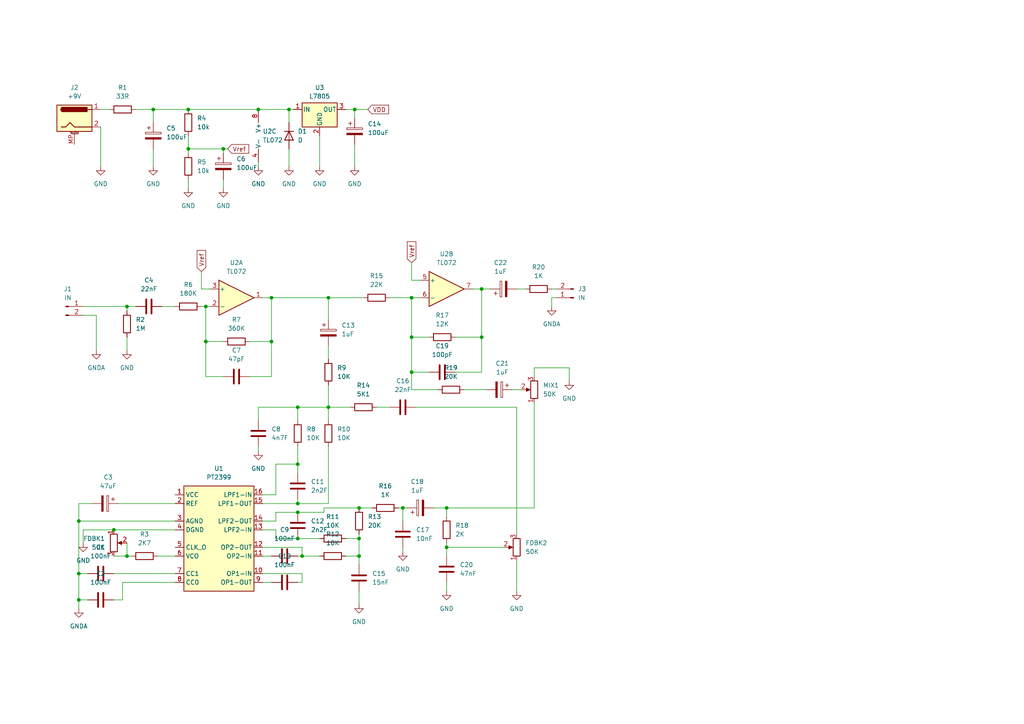
<source format=kicad_sch>
(kicad_sch (version 20230121) (generator eeschema)
  (paper "A4")
  (lib_symbols
    (symbol "Amplifier_Operational:TL072" (pin_names (offset 0.127))
      (property "Reference" "U" (at 0 5.08 0))
      (property "Value" "TL072" (at 0 -5.08 0))
      (symbol "TL072_1_1"
        (polyline (pts (xy -5.08 5.08) (xy 5.08 0) (xy -5.08 -5.08) (xy -5.08 5.08)) (stroke (width 0.254)) (fill (type background)))
        (pin output line (at 7.62 0 180) (length 2.54) (name "~") (number "1"))
        (pin input line (at -7.62 -2.54 0) (length 2.54) (name "-") (number "2"))
        (pin input line (at -7.62 2.54 0) (length 2.54) (name "+") (number "3"))
      )
      (symbol "TL072_2_1"
        (polyline (pts (xy -5.08 5.08) (xy 5.08 0) (xy -5.08 -5.08) (xy -5.08 5.08)) (stroke (width 0.254)) (fill (type background)))
        (pin input line (at -7.62 2.54 0) (length 2.54) (name "+") (number "5"))
        (pin input line (at -7.62 -2.54 0) (length 2.54) (name "-") (number "6"))
        (pin output line (at 7.62 0 180) (length 2.54) (name "~") (number "7"))
      )
      (symbol "TL072_3_1"
        (pin power_in line (at -2.54 -7.62 90) (length 3.81) (name "V-") (number "4"))
        (pin power_in line (at -2.54 7.62 270) (length 3.81) (name "V+") (number "8"))
      )
    )
    (symbol "Audio:PT2399"
      (property "Reference" "U" (at 0 17.78 0))
      (property "Value" "PT2399" (at 0 -17.78 0))
      (symbol "PT2399_0_1"
        (rectangle (start -10.16 15.24) (end 10.16 -15.24) (stroke (width 0.254)) (fill (type background)))
      )
      (symbol "PT2399_1_1"
        (pin power_in line (at -12.7 12.7 0) (length 2.54) (name "VCC") (number "1"))
        (pin input line (at 12.7 -10.16 180) (length 2.54) (name "OP1-IN") (number "10"))
        (pin input line (at 12.7 -5.08 180) (length 2.54) (name "OP2-IN") (number "11"))
        (pin output line (at 12.7 -2.54 180) (length 2.54) (name "OP2-OUT") (number "12"))
        (pin input line (at 12.7 2.54 180) (length 2.54) (name "LPF2-IN") (number "13"))
        (pin output line (at 12.7 5.08 180) (length 2.54) (name "LPF2-OUT") (number "14"))
        (pin output line (at 12.7 10.16 180) (length 2.54) (name "LPF1-OUT") (number "15"))
        (pin input line (at 12.7 12.7 180) (length 2.54) (name "LPF1-IN") (number "16"))
        (pin passive line (at -12.7 10.16 0) (length 2.54) (name "REF") (number "2"))
        (pin power_in line (at -12.7 5.08 0) (length 2.54) (name "AGND") (number "3"))
        (pin power_in line (at -12.7 2.54 0) (length 2.54) (name "DGND") (number "4"))
        (pin passive line (at -12.7 -2.54 0) (length 2.54) (name "CLK_O") (number "5"))
        (pin passive line (at -12.7 -5.08 0) (length 2.54) (name "VCO") (number "6"))
        (pin passive line (at -12.7 -10.16 0) (length 2.54) (name "CC1") (number "7"))
        (pin passive line (at -12.7 -12.7 0) (length 2.54) (name "CC0") (number "8"))
        (pin output line (at 12.7 -12.7 180) (length 2.54) (name "OP1-OUT") (number "9"))
      )
    )
    (symbol "Connector:Barrel_Jack_MountingPin" (pin_names hide)
      (property "Reference" "J" (at 0 5.334 0))
      (property "Value" "Barrel_Jack_MountingPin" (at 1.27 -6.35 0))
      (symbol "Barrel_Jack_MountingPin_0_1"
        (rectangle (start -5.08 3.81) (end 5.08 -3.81) (stroke (width 0.254)) (fill (type background)))
        (arc (start -3.302 3.175) (mid -3.9343 2.54) (end -3.302 1.905) (stroke (width 0.254)))
        (arc (start -3.302 3.175) (mid -3.9343 2.54) (end -3.302 1.905) (stroke (width 0.254)) (fill (type outline)))
        (polyline (pts (xy 5.08 2.54) (xy 3.81 2.54)) (stroke (width 0.254)))
        (polyline (pts (xy -3.81 -2.54) (xy -2.54 -2.54) (xy -1.27 -1.27) (xy 0 -2.54) (xy 2.54 -2.54) (xy 5.08 -2.54)) (stroke (width 0.254)))
        (rectangle (start 3.683 3.175) (end -3.302 1.905) (stroke (width 0.254)) (fill (type outline)))
      )
      (symbol "Barrel_Jack_MountingPin_1_1"
        (polyline (pts (xy -1.016 -4.572) (xy 1.016 -4.572)) (stroke (width 0.1524)))
        (text "Mounting" (at 0 -4.191 0) (effects (font (size 0.381 0.381))))
        (pin passive line (at 7.62 2.54 180) (length 2.54) (name "~") (number "1"))
        (pin passive line (at 7.62 -2.54 180) (length 2.54) (name "~") (number "2"))
        (pin passive line (at 0 -7.62 90) (length 3.048) (name "MountPin") (number "MP"))
      )
    )
    (symbol "Connector:Conn_01x02_Pin" (pin_names (offset 1.016) hide)
      (property "Reference" "J" (at 0 2.54 0))
      (property "Value" "Conn_01x02_Pin" (at 0 -5.08 0))
      (symbol "Conn_01x02_Pin_1_1"
        (polyline (pts (xy 1.27 -2.54) (xy 0.8636 -2.54)) (stroke (width 0.1524)))
        (polyline (pts (xy 1.27 0) (xy 0.8636 0)) (stroke (width 0.1524)))
        (rectangle (start 0.8636 -2.413) (end 0 -2.667) (stroke (width 0.1524)) (fill (type outline)))
        (rectangle (start 0.8636 0.127) (end 0 -0.127) (stroke (width 0.1524)) (fill (type outline)))
        (pin passive line (at 5.08 0 180) (length 3.81) (name "Pin_1") (number "1"))
        (pin passive line (at 5.08 -2.54 180) (length 3.81) (name "Pin_2") (number "2"))
      )
    )
    (symbol "Device:C" (pin_numbers hide) (pin_names (offset 0.254))
      (property "Reference" "C" (at 0.635 2.54 0))
      (property "Value" "C" (at 0.635 -2.54 0))
      (symbol "C_0_1"
        (polyline (pts (xy -2.032 -0.762) (xy 2.032 -0.762)) (stroke (width 0.508)))
        (polyline (pts (xy -2.032 0.762) (xy 2.032 0.762)) (stroke (width 0.508)))
      )
      (symbol "C_1_1"
        (pin passive line (at 0 3.81 270) (length 2.794) (name "~") (number "1"))
        (pin passive line (at 0 -3.81 90) (length 2.794) (name "~") (number "2"))
      )
    )
    (symbol "Device:C_Polarized" (pin_numbers hide) (pin_names (offset 0.254))
      (property "Reference" "C" (at 0.635 2.54 0))
      (property "Value" "C_Polarized" (at 0.635 -2.54 0))
      (symbol "C_Polarized_0_1"
        (rectangle (start -2.286 0.508) (end 2.286 1.016))
        (polyline (pts (xy -1.778 2.286) (xy -0.762 2.286)))
        (polyline (pts (xy -1.27 2.794) (xy -1.27 1.778)))
        (rectangle (start 2.286 -0.508) (end -2.286 -1.016) (fill (type outline)))
      )
      (symbol "C_Polarized_1_1"
        (pin passive line (at 0 3.81 270) (length 2.794) (name "~") (number "1"))
        (pin passive line (at 0 -3.81 90) (length 2.794) (name "~") (number "2"))
      )
    )
    (symbol "Device:D" (pin_numbers hide) (pin_names (offset 1.016) hide)
      (property "Reference" "D" (at 0 2.54 0))
      (property "Value" "D" (at 0 -2.54 0))
      (symbol "D_0_1"
        (polyline (pts (xy -1.27 1.27) (xy -1.27 -1.27)) (stroke (width 0.254)))
        (polyline (pts (xy 1.27 0) (xy -1.27 0)))
        (polyline (pts (xy 1.27 1.27) (xy 1.27 -1.27) (xy -1.27 0) (xy 1.27 1.27)) (stroke (width 0.254)))
      )
      (symbol "D_1_1"
        (pin passive line (at -3.81 0 0) (length 2.54) (name "K") (number "1"))
        (pin passive line (at 3.81 0 180) (length 2.54) (name "A") (number "2"))
      )
    )
    (symbol "Device:R" (pin_numbers hide) (pin_names (offset 0))
      (property "Reference" "R" (at 2.032 0 90))
      (property "Value" "R" (at 0 0 90))
      (symbol "R_0_1"
        (rectangle (start -1.016 -2.54) (end 1.016 2.54) (stroke (width 0.254)))
      )
      (symbol "R_1_1"
        (pin passive line (at 0 3.81 270) (length 1.27) (name "~") (number "1"))
        (pin passive line (at 0 -3.81 90) (length 1.27) (name "~") (number "2"))
      )
    )
    (symbol "Device:R_Potentiometer" (pin_names (offset 1.016) hide)
      (property "Reference" "RV" (at -4.445 0 90))
      (property "Value" "R_Potentiometer" (at -2.54 0 90))
      (symbol "R_Potentiometer_0_1"
        (polyline (pts (xy 2.54 0) (xy 1.524 0)))
        (polyline (pts (xy 1.143 0) (xy 2.286 0.508) (xy 2.286 -0.508) (xy 1.143 0)) (fill (type outline)))
        (rectangle (start 1.016 2.54) (end -1.016 -2.54) (stroke (width 0.254)))
      )
      (symbol "R_Potentiometer_1_1"
        (pin passive line (at 0 3.81 270) (length 1.27) (name "1") (number "1"))
        (pin passive line (at 3.81 0 180) (length 1.27) (name "2") (number "2"))
        (pin passive line (at 0 -3.81 90) (length 1.27) (name "3") (number "3"))
      )
    )
    (symbol "Regulator_Linear:L7805" (pin_names (offset 0.254))
      (property "Reference" "U" (at -3.81 3.175 0))
      (property "Value" "L7805" (at 0 3.175 0))
      (symbol "L7805_0_1"
        (rectangle (start -5.08 1.905) (end 5.08 -5.08) (stroke (width 0.254)) (fill (type background)))
      )
      (symbol "L7805_1_1"
        (pin power_in line (at -7.62 0 0) (length 2.54) (name "IN") (number "1"))
        (pin power_in line (at 0 -7.62 90) (length 2.54) (name "GND") (number "2"))
        (pin power_out line (at 7.62 0 180) (length 2.54) (name "OUT") (number "3"))
      )
    )
    (symbol "power:GND" (power) (pin_names (offset 0))
      (property "Value" "GND" (at 0 -3.81 0))
      (symbol "GND_0_1"
        (polyline (pts (xy 0 0) (xy 0 -1.27) (xy 1.27 -1.27) (xy 0 -2.54) (xy -1.27 -1.27) (xy 0 -1.27)))
      )
      (symbol "GND_1_1"
        (pin power_in line (at 0 0 270) (length 0) hide (name "GND") (number "1"))
      )
    )
    (symbol "power:GNDA" (power) (pin_names (offset 0))
      (property "Value" "GNDA" (at 0 -3.81 0))
      (symbol "GNDA_0_1"
        (polyline (pts (xy 0 0) (xy 0 -1.27) (xy 1.27 -1.27) (xy 0 -2.54) (xy -1.27 -1.27) (xy 0 -1.27)))
      )
      (symbol "GNDA_1_1"
        (pin power_in line (at 0 0 270) (length 0) hide (name "GNDA") (number "1"))
      )
    )
  )
  (junction (at 74.93 31.75))
  (junction (at 86.36 148.59))
  (junction (at 95.25 118.11))
  (junction (at 116.84 147.32))
  (junction (at 87.63 161.29))
  (junction (at 86.36 118.11))
  (junction (at 129.54 158.75))
  (junction (at 22.86 151.13))
  (junction (at 129.54 147.32))
  (junction (at 104.14 161.29))
  (junction (at 22.86 173.99))
  (junction (at 36.83 161.29))
  (junction (at 104.14 147.32))
  (junction (at 36.83 88.9))
  (junction (at 59.69 88.9))
  (junction (at 86.36 146.05))
  (junction (at 104.14 156.21))
  (junction (at 119.38 86.36))
  (junction (at 54.61 43.18))
  (junction (at 78.74 86.36))
  (junction (at 139.7 83.82))
  (junction (at 83.82 31.75))
  (junction (at 22.86 166.37))
  (junction (at 86.36 156.21))
  (junction (at 139.7 97.79))
  (junction (at 95.25 86.36))
  (junction (at 44.45 31.75))
  (junction (at 54.61 31.75))
  (junction (at 78.74 99.06))
  (junction (at 33.02 153.67))
  (junction (at 59.69 99.06))
  (junction (at 119.38 97.79))
  (junction (at 119.38 107.95))
  (junction (at 102.87 31.75))
  (junction (at 86.36 134.62))
  (junction (at 64.77 43.18))
  (wire (pts (xy 36.83 161.29) (xy 38.1 161.29)))
  (wire (pts (xy 109.22 118.11) (xy 113.03 118.11)))
  (wire (pts (xy 72.39 109.22) (xy 78.74 109.22)))
  (wire (pts (xy 78.74 86.36) (xy 76.2 86.36)))
  (wire (pts (xy 80.01 148.59) (xy 86.36 148.59)))
  (wire (pts (xy 58.42 78.74) (xy 58.42 83.82)))
  (wire (pts (xy 27.94 91.44) (xy 24.13 91.44)))
  (wire (pts (xy 87.63 168.91) (xy 86.36 168.91)))
  (wire (pts (xy 104.14 147.32) (xy 93.98 147.32)))
  (wire (pts (xy 154.94 147.32) (xy 129.54 147.32)))
  (wire (pts (xy 54.61 43.18) (xy 54.61 39.37)))
  (wire (pts (xy 118.11 147.32) (xy 116.84 147.32)))
  (wire (pts (xy 95.25 118.11) (xy 95.25 111.76)))
  (wire (pts (xy 76.2 153.67) (xy 80.01 153.67)))
  (wire (pts (xy 54.61 44.45) (xy 54.61 43.18)))
  (wire (pts (xy 74.93 121.92) (xy 74.93 118.11)))
  (wire (pts (xy 22.86 173.99) (xy 22.86 166.37)))
  (wire (pts (xy 44.45 31.75) (xy 44.45 35.56)))
  (wire (pts (xy 149.86 162.56) (xy 149.86 171.45)))
  (wire (pts (xy 92.71 39.37) (xy 92.71 48.26)))
  (wire (pts (xy 129.54 158.75) (xy 146.05 158.75)))
  (wire (pts (xy 59.69 99.06) (xy 59.69 88.9)))
  (wire (pts (xy 134.62 113.03) (xy 140.97 113.03)))
  (wire (pts (xy 104.14 175.26) (xy 104.14 171.45)))
  (wire (pts (xy 119.38 76.2) (xy 119.38 81.28)))
  (wire (pts (xy 78.74 99.06) (xy 78.74 86.36)))
  (wire (pts (xy 72.39 99.06) (xy 78.74 99.06)))
  (wire (pts (xy 22.86 166.37) (xy 25.4 166.37)))
  (wire (pts (xy 116.84 147.32) (xy 115.57 147.32)))
  (wire (pts (xy 76.2 143.51) (xy 80.01 143.51)))
  (wire (pts (xy 104.14 147.32) (xy 107.95 147.32)))
  (wire (pts (xy 87.63 161.29) (xy 92.71 161.29)))
  (wire (pts (xy 83.82 43.18) (xy 83.82 48.26)))
  (wire (pts (xy 95.25 86.36) (xy 95.25 92.71)))
  (wire (pts (xy 129.54 147.32) (xy 129.54 149.86)))
  (wire (pts (xy 119.38 97.79) (xy 119.38 86.36)))
  (wire (pts (xy 160.02 83.82) (xy 161.29 83.82)))
  (wire (pts (xy 44.45 43.18) (xy 44.45 48.26)))
  (wire (pts (xy 148.59 113.03) (xy 151.13 113.03)))
  (wire (pts (xy 36.83 157.48) (xy 36.83 161.29)))
  (wire (pts (xy 83.82 31.75) (xy 85.09 31.75)))
  (wire (pts (xy 64.77 43.18) (xy 54.61 43.18)))
  (wire (pts (xy 95.25 86.36) (xy 105.41 86.36)))
  (wire (pts (xy 64.77 43.18) (xy 66.04 43.18)))
  (wire (pts (xy 76.2 151.13) (xy 80.01 151.13)))
  (wire (pts (xy 33.02 166.37) (xy 50.8 166.37)))
  (wire (pts (xy 74.93 118.11) (xy 86.36 118.11)))
  (wire (pts (xy 160.02 86.36) (xy 161.29 86.36)))
  (wire (pts (xy 93.98 148.59) (xy 86.36 148.59)))
  (wire (pts (xy 93.98 147.32) (xy 93.98 148.59)))
  (wire (pts (xy 22.86 151.13) (xy 50.8 151.13)))
  (wire (pts (xy 119.38 107.95) (xy 119.38 97.79)))
  (wire (pts (xy 46.99 88.9) (xy 50.8 88.9)))
  (wire (pts (xy 74.93 31.75) (xy 83.82 31.75)))
  (wire (pts (xy 76.2 166.37) (xy 87.63 166.37)))
  (wire (pts (xy 102.87 41.91) (xy 102.87 48.26)))
  (wire (pts (xy 74.93 48.26) (xy 74.93 46.99)))
  (wire (pts (xy 124.46 97.79) (xy 119.38 97.79)))
  (wire (pts (xy 116.84 147.32) (xy 116.84 151.13)))
  (wire (pts (xy 80.01 134.62) (xy 86.36 134.62)))
  (wire (pts (xy 29.21 36.83) (xy 29.21 48.26)))
  (wire (pts (xy 121.92 81.28) (xy 119.38 81.28)))
  (wire (pts (xy 80.01 153.67) (xy 80.01 156.21)))
  (wire (pts (xy 29.21 31.75) (xy 31.75 31.75)))
  (wire (pts (xy 116.84 158.75) (xy 116.84 160.02)))
  (wire (pts (xy 27.94 101.6) (xy 27.94 91.44)))
  (wire (pts (xy 59.69 109.22) (xy 59.69 99.06)))
  (wire (pts (xy 22.86 173.99) (xy 22.86 176.53)))
  (wire (pts (xy 87.63 158.75) (xy 87.63 161.29)))
  (wire (pts (xy 64.77 44.45) (xy 64.77 43.18)))
  (wire (pts (xy 139.7 83.82) (xy 142.24 83.82)))
  (wire (pts (xy 36.83 97.79) (xy 36.83 101.6)))
  (wire (pts (xy 104.14 156.21) (xy 104.14 154.94)))
  (wire (pts (xy 34.29 146.05) (xy 50.8 146.05)))
  (wire (pts (xy 149.86 83.82) (xy 152.4 83.82)))
  (wire (pts (xy 80.01 151.13) (xy 80.01 148.59)))
  (wire (pts (xy 86.36 156.21) (xy 92.71 156.21)))
  (wire (pts (xy 80.01 156.21) (xy 86.36 156.21)))
  (wire (pts (xy 100.33 156.21) (xy 104.14 156.21)))
  (wire (pts (xy 58.42 88.9) (xy 59.69 88.9)))
  (wire (pts (xy 87.63 166.37) (xy 87.63 168.91)))
  (wire (pts (xy 160.02 88.9) (xy 160.02 86.36)))
  (wire (pts (xy 54.61 54.61) (xy 54.61 52.07)))
  (wire (pts (xy 129.54 158.75) (xy 129.54 161.29)))
  (wire (pts (xy 139.7 83.82) (xy 137.16 83.82)))
  (wire (pts (xy 86.36 134.62) (xy 86.36 137.16)))
  (wire (pts (xy 129.54 157.48) (xy 129.54 158.75)))
  (wire (pts (xy 139.7 97.79) (xy 139.7 83.82)))
  (wire (pts (xy 86.36 146.05) (xy 86.36 144.78)))
  (wire (pts (xy 54.61 31.75) (xy 74.93 31.75)))
  (wire (pts (xy 35.56 168.91) (xy 35.56 173.99)))
  (wire (pts (xy 113.03 86.36) (xy 119.38 86.36)))
  (wire (pts (xy 132.08 107.95) (xy 139.7 107.95)))
  (wire (pts (xy 102.87 31.75) (xy 102.87 34.29)))
  (wire (pts (xy 76.2 161.29) (xy 78.74 161.29)))
  (wire (pts (xy 36.83 88.9) (xy 39.37 88.9)))
  (wire (pts (xy 95.25 118.11) (xy 95.25 121.92)))
  (wire (pts (xy 74.93 130.81) (xy 74.93 129.54)))
  (wire (pts (xy 165.1 106.68) (xy 154.94 106.68)))
  (wire (pts (xy 36.83 88.9) (xy 36.83 90.17)))
  (wire (pts (xy 26.67 146.05) (xy 22.86 146.05)))
  (wire (pts (xy 132.08 97.79) (xy 139.7 97.79)))
  (wire (pts (xy 95.25 118.11) (xy 101.6 118.11)))
  (wire (pts (xy 129.54 168.91) (xy 129.54 171.45)))
  (wire (pts (xy 64.77 52.07) (xy 64.77 54.61)))
  (wire (pts (xy 104.14 161.29) (xy 104.14 156.21)))
  (wire (pts (xy 95.25 129.54) (xy 95.25 146.05)))
  (wire (pts (xy 120.65 118.11) (xy 149.86 118.11)))
  (wire (pts (xy 25.4 173.99) (xy 22.86 173.99)))
  (wire (pts (xy 80.01 143.51) (xy 80.01 134.62)))
  (wire (pts (xy 100.33 161.29) (xy 104.14 161.29)))
  (wire (pts (xy 22.86 146.05) (xy 22.86 151.13)))
  (wire (pts (xy 154.94 106.68) (xy 154.94 109.22)))
  (wire (pts (xy 45.72 161.29) (xy 50.8 161.29)))
  (wire (pts (xy 100.33 31.75) (xy 102.87 31.75)))
  (wire (pts (xy 86.36 118.11) (xy 95.25 118.11)))
  (wire (pts (xy 44.45 31.75) (xy 54.61 31.75)))
  (wire (pts (xy 165.1 110.49) (xy 165.1 106.68)))
  (wire (pts (xy 64.77 109.22) (xy 59.69 109.22)))
  (wire (pts (xy 76.2 158.75) (xy 87.63 158.75)))
  (wire (pts (xy 76.2 146.05) (xy 86.36 146.05)))
  (wire (pts (xy 86.36 129.54) (xy 86.36 134.62)))
  (wire (pts (xy 78.74 86.36) (xy 95.25 86.36)))
  (wire (pts (xy 24.13 88.9) (xy 36.83 88.9)))
  (wire (pts (xy 64.77 99.06) (xy 59.69 99.06)))
  (wire (pts (xy 35.56 168.91) (xy 50.8 168.91)))
  (wire (pts (xy 76.2 168.91) (xy 78.74 168.91)))
  (wire (pts (xy 24.13 153.67) (xy 33.02 153.67)))
  (wire (pts (xy 22.86 151.13) (xy 22.86 166.37)))
  (wire (pts (xy 60.96 83.82) (xy 58.42 83.82)))
  (wire (pts (xy 78.74 109.22) (xy 78.74 99.06)))
  (wire (pts (xy 39.37 31.75) (xy 44.45 31.75)))
  (wire (pts (xy 119.38 113.03) (xy 119.38 107.95)))
  (wire (pts (xy 119.38 86.36) (xy 121.92 86.36)))
  (wire (pts (xy 154.94 116.84) (xy 154.94 147.32)))
  (wire (pts (xy 95.25 146.05) (xy 86.36 146.05)))
  (wire (pts (xy 127 113.03) (xy 119.38 113.03)))
  (wire (pts (xy 86.36 118.11) (xy 86.36 121.92)))
  (wire (pts (xy 102.87 31.75) (xy 106.68 31.75)))
  (wire (pts (xy 33.02 153.67) (xy 50.8 153.67)))
  (wire (pts (xy 35.56 173.99) (xy 33.02 173.99)))
  (wire (pts (xy 104.14 161.29) (xy 104.14 163.83)))
  (wire (pts (xy 124.46 107.95) (xy 119.38 107.95)))
  (wire (pts (xy 149.86 118.11) (xy 149.86 154.94)))
  (wire (pts (xy 125.73 147.32) (xy 129.54 147.32)))
  (wire (pts (xy 95.25 100.33) (xy 95.25 104.14)))
  (wire (pts (xy 83.82 31.75) (xy 83.82 35.56)))
  (wire (pts (xy 24.13 157.48) (xy 24.13 153.67)))
  (wire (pts (xy 33.02 161.29) (xy 36.83 161.29)))
  (wire (pts (xy 59.69 88.9) (xy 60.96 88.9)))
  (wire (pts (xy 87.63 161.29) (xy 86.36 161.29)))
  (wire (pts (xy 139.7 107.95) (xy 139.7 97.79)))
  (global_label "Vref" (shape input) (at 119.38 76.2 90) (property "Intersheetrefs" "${INTERSHEET_REFS}" (effects hide)))
  (global_label "Vref" (shape input) (at 66.04 43.18 0) (property "Intersheetrefs" "${INTERSHEET_REFS}" (effects hide)))
  (global_label "Vref" (shape input) (at 58.42 78.74 90) (property "Intersheetrefs" "${INTERSHEET_REFS}" (effects hide)))
  (global_label "VDD" (shape input) (at 106.68 31.75 0) (property "Intersheetrefs" "${INTERSHEET_REFS}" (effects hide)))
  (symbol (lib_id "Device:C_Polarized") (at 95.25 96.52 0) (unit 1)
    (property "Reference" "C13" (at 99.06 94.361 0) (effects (justify left)))
    (property "Value" "1uF" (at 99.06 96.901 0) (effects (justify left)))
    (property "Footprint" "Capacitor_THT:CP_Radial_D4.0mm_P2.00mm" (effects hide))
  )
  (symbol (lib_id "Device:C_Polarized") (at 64.77 48.26 0) (unit 1)
    (property "Reference" "C6" (at 68.58 46.101 0) (effects (justify left)))
    (property "Value" "100uF" (at 68.58 48.641 0) (effects (justify left)))
    (property "Footprint" "Capacitor_THT:CP_Radial_D4.0mm_P2.00mm" (effects hide))
  )
  (symbol (lib_id "Device:C") (at 43.18 88.9 90) (unit 1)
    (property "Reference" "C4" (at 43.18 81.28 90))
    (property "Value" "22nF" (at 43.18 83.82 90))
    (property "Footprint" "Capacitor_THT:C_Axial_L3.8mm_D2.6mm_P7.50mm_Horizontal" (effects hide))
  )
  (symbol (lib_id "Device:R") (at 68.58 99.06 270) (unit 1)
    (property "Reference" "R7" (at 68.58 92.71 90))
    (property "Value" "360K" (at 68.58 95.25 90))
    (property "Footprint" "Resistor_THT:R_Axial_DIN0204_L3.6mm_D1.6mm_P5.08mm_Horizontal" (effects hide))
  )
  (symbol (lib_id "Amplifier_Operational:TL072") (at 68.58 86.36 0) (unit 1)
    (property "Reference" "U2" (at 68.58 76.2 0))
    (property "Value" "TL072" (at 68.58 78.74 0))
    (property "Footprint" "Package_DIP:DIP-8_W7.62mm" (effects hide))
    (property "Datasheet" "http://www.ti.com/lit/ds/symlink/tl071.pdf" (effects hide))
  )
  (symbol (lib_id "power:GND") (at 129.54 171.45 0) (unit 1)
    (property "Reference" "#PWR016" (effects hide))
    (property "Value" "GND" (at 129.54 176.53 0))
  )
  (symbol (lib_id "Device:R") (at 36.83 93.98 180) (unit 1)
    (property "Reference" "R2" (at 39.37 92.71 0) (effects (justify right)))
    (property "Value" "1M" (at 39.37 95.25 0) (effects (justify right)))
    (property "Footprint" "Resistor_THT:R_Axial_DIN0204_L3.6mm_D1.6mm_P5.08mm_Horizontal" (effects hide))
  )
  (symbol (lib_id "Device:C_Polarized") (at 121.92 147.32 90) (unit 1)
    (property "Reference" "C18" (at 121.031 139.7 90))
    (property "Value" "1uF" (at 121.031 142.24 90))
    (property "Footprint" "Capacitor_THT:CP_Radial_D4.0mm_P2.00mm" (effects hide))
  )
  (symbol (lib_id "power:GNDA") (at 160.02 88.9 0) (unit 1)
    (property "Reference" "#PWR018" (effects hide))
    (property "Value" "GNDA" (at 160.02 93.98 0))
  )
  (symbol (lib_id "power:GND") (at 54.61 54.61 0) (unit 1)
    (property "Reference" "#PWR07" (effects hide))
    (property "Value" "GND" (at 54.61 59.69 0))
  )
  (symbol (lib_id "Device:C") (at 86.36 152.4 180) (unit 1)
    (property "Reference" "C12" (at 90.17 151.13 0) (effects (justify right)))
    (property "Value" "2n2F" (at 90.17 153.67 0) (effects (justify right)))
    (property "Footprint" "Capacitor_THT:C_Axial_L3.8mm_D2.6mm_P7.50mm_Horizontal" (effects hide))
  )
  (symbol (lib_id "Device:C") (at 104.14 167.64 180) (unit 1)
    (property "Reference" "C15" (at 107.95 166.37 0) (effects (justify right)))
    (property "Value" "15nF" (at 107.95 168.91 0) (effects (justify right)))
    (property "Footprint" "Capacitor_THT:C_Axial_L3.8mm_D2.6mm_P7.50mm_Horizontal" (effects hide))
  )
  (symbol (lib_id "Regulator_Linear:L7805") (at 92.71 31.75 0) (unit 1)
    (property "Reference" "U3" (at 92.71 25.4 0))
    (property "Value" "L7805" (at 92.71 27.94 0))
    (property "Footprint" "Package_TO_SOT_THT:TO-220F-3_Horizontal_TabUp" (effects hide))
    (property "Datasheet" "http://www.st.com/content/ccc/resource/technical/document/datasheet/41/4f/b3/b0/12/d4/47/88/CD00000444.pdf/files/CD00000444.pdf/jcr:content/translations/en.CD00000444.pdf" (effects hide))
  )
  (symbol (lib_id "Device:C") (at 116.84 118.11 270) (unit 1)
    (property "Reference" "C16" (at 116.84 110.49 90))
    (property "Value" "22nF" (at 116.84 113.03 90))
    (property "Footprint" "Capacitor_THT:C_Axial_L3.8mm_D2.6mm_P7.50mm_Horizontal" (effects hide))
  )
  (symbol (lib_id "power:GND") (at 74.93 48.26 0) (unit 1)
    (property "Reference" "#PWR09" (effects hide))
    (property "Value" "GND" (at 74.93 53.34 0))
  )
  (symbol (lib_id "Device:C") (at 74.93 125.73 180) (unit 1)
    (property "Reference" "C8" (at 78.74 124.46 0) (effects (justify right)))
    (property "Value" "4n7F" (at 78.74 127 0) (effects (justify right)))
    (property "Footprint" "Capacitor_THT:C_Axial_L3.8mm_D2.6mm_P7.50mm_Horizontal" (effects hide))
  )
  (symbol (lib_id "Device:C_Polarized") (at 146.05 83.82 90) (unit 1)
    (property "Reference" "C22" (at 145.161 76.2 90))
    (property "Value" "1uF" (at 145.161 78.74 90))
    (property "Footprint" "Capacitor_THT:CP_Radial_D4.0mm_P2.00mm" (effects hide))
  )
  (symbol (lib_id "Device:C") (at 129.54 165.1 180) (unit 1)
    (property "Reference" "C20" (at 133.35 163.83 0) (effects (justify right)))
    (property "Value" "47nF" (at 133.35 166.37 0) (effects (justify right)))
    (property "Footprint" "Capacitor_THT:C_Axial_L3.8mm_D2.6mm_P7.50mm_Horizontal" (effects hide))
  )
  (symbol (lib_id "power:GNDA") (at 27.94 101.6 0) (unit 1)
    (property "Reference" "#PWR03" (effects hide))
    (property "Value" "GNDA" (at 27.94 106.68 0))
  )
  (symbol (lib_id "Amplifier_Operational:TL072") (at 129.54 83.82 0) (unit 2)
    (property "Reference" "U2" (at 129.54 73.66 0))
    (property "Value" "TL072" (at 129.54 76.2 0))
    (property "Footprint" "Package_DIP:DIP-8_W7.62mm" (effects hide))
    (property "Datasheet" "http://www.ti.com/lit/ds/symlink/tl071.pdf" (effects hide))
  )
  (symbol (lib_id "power:GND") (at 92.71 48.26 0) (unit 1)
    (property "Reference" "#PWR012" (effects hide))
    (property "Value" "GND" (at 92.71 53.34 0))
  )
  (symbol (lib_id "power:GND") (at 36.83 101.6 0) (unit 1)
    (property "Reference" "#PWR05" (effects hide))
    (property "Value" "GND" (at 36.83 106.68 0))
  )
  (symbol (lib_id "power:GNDA") (at 22.86 176.53 0) (unit 1)
    (property "Reference" "#PWR01" (effects hide))
    (property "Value" "GNDA" (at 22.86 181.61 0))
  )
  (symbol (lib_id "power:GND") (at 44.45 48.26 0) (unit 1)
    (property "Reference" "#PWR06" (effects hide))
    (property "Value" "GND" (at 44.45 53.34 0))
  )
  (symbol (lib_id "Device:C") (at 82.55 161.29 270) (unit 1)
    (property "Reference" "C9" (at 82.55 153.67 90))
    (property "Value" "100nF" (at 82.55 156.21 90))
    (property "Footprint" "Capacitor_THT:C_Axial_L3.8mm_D2.6mm_P7.50mm_Horizontal" (effects hide))
  )
  (symbol (lib_id "Device:R") (at 54.61 48.26 180) (unit 1)
    (property "Reference" "R5" (at 57.15 46.99 0) (effects (justify right)))
    (property "Value" "10k" (at 57.15 49.53 0) (effects (justify right)))
    (property "Footprint" "Resistor_THT:R_Axial_DIN0204_L3.6mm_D1.6mm_P5.08mm_Horizontal" (effects hide))
  )
  (symbol (lib_id "Device:R") (at 54.61 35.56 180) (unit 1)
    (property "Reference" "R4" (at 57.15 34.29 0) (effects (justify right)))
    (property "Value" "10k" (at 57.15 36.83 0) (effects (justify right)))
    (property "Footprint" "Resistor_THT:R_Axial_DIN0204_L3.6mm_D1.6mm_P5.08mm_Horizontal" (effects hide))
  )
  (symbol (lib_id "Device:R") (at 104.14 151.13 0) (unit 1)
    (property "Reference" "R13" (at 106.68 149.86 0) (effects (justify left)))
    (property "Value" "20K" (at 106.68 152.4 0) (effects (justify left)))
    (property "Footprint" "Resistor_THT:R_Axial_DIN0204_L3.6mm_D1.6mm_P5.08mm_Horizontal" (effects hide))
  )
  (symbol (lib_id "Device:R") (at 156.21 83.82 270) (unit 1)
    (property "Reference" "R20" (at 156.21 77.47 90))
    (property "Value" "1K" (at 156.21 80.01 90))
    (property "Footprint" "Resistor_THT:R_Axial_DIN0204_L3.6mm_D1.6mm_P5.08mm_Horizontal" (effects hide))
  )
  (symbol (lib_id "Device:R_Potentiometer") (at 154.94 113.03 180) (unit 1)
    (property "Reference" "MIX1" (at 157.48 111.76 0) (effects (justify right)))
    (property "Value" "50K" (at 157.48 114.3 0) (effects (justify right)))
    (property "Footprint" "Potentiometer_THT:Potentiometer_Alps_RK163_Single_Horizontal" (effects hide))
  )
  (symbol (lib_id "Device:C") (at 29.21 173.99 270) (unit 1)
    (property "Reference" "C2" (at 29.21 166.37 90))
    (property "Value" "100nF" (at 29.21 168.91 90))
    (property "Footprint" "Capacitor_THT:C_Axial_L3.8mm_D2.6mm_P7.50mm_Horizontal" (effects hide))
  )
  (symbol (lib_id "Device:C") (at 128.27 107.95 90) (unit 1)
    (property "Reference" "C19" (at 128.27 100.33 90))
    (property "Value" "100pF" (at 128.27 102.87 90))
    (property "Footprint" "Capacitor_THT:C_Axial_L3.8mm_D2.6mm_P7.50mm_Horizontal" (effects hide))
  )
  (symbol (lib_id "Device:C_Polarized") (at 102.87 38.1 0) (unit 1)
    (property "Reference" "C14" (at 106.68 35.941 0) (effects (justify left)))
    (property "Value" "100uF" (at 106.68 38.481 0) (effects (justify left)))
    (property "Footprint" "Capacitor_THT:CP_Radial_D4.0mm_P2.00mm" (effects hide))
  )
  (symbol (lib_id "Device:R") (at 54.61 88.9 270) (unit 1)
    (property "Reference" "R6" (at 54.61 82.55 90))
    (property "Value" "180K" (at 54.61 85.09 90))
    (property "Footprint" "Resistor_THT:R_Axial_DIN0204_L3.6mm_D1.6mm_P5.08mm_Horizontal" (effects hide))
  )
  (symbol (lib_id "Device:C") (at 86.36 140.97 180) (unit 1)
    (property "Reference" "C11" (at 90.17 139.7 0) (effects (justify right)))
    (property "Value" "2n2F" (at 90.17 142.24 0) (effects (justify right)))
    (property "Footprint" "Capacitor_THT:C_Axial_L3.8mm_D2.6mm_P7.50mm_Horizontal" (effects hide))
  )
  (symbol (lib_id "Device:R") (at 129.54 153.67 0) (unit 1)
    (property "Reference" "R18" (at 132.08 152.4 0) (effects (justify left)))
    (property "Value" "2K" (at 132.08 154.94 0) (effects (justify left)))
    (property "Footprint" "Resistor_THT:R_Axial_DIN0204_L3.6mm_D1.6mm_P5.08mm_Horizontal" (effects hide))
  )
  (symbol (lib_id "Connector:Conn_01x02_Pin") (at 166.37 86.36 180) (unit 1)
    (property "Reference" "J3" (at 167.64 83.82 0) (effects (justify right)))
    (property "Value" "IN" (at 167.64 86.36 0) (effects (justify right)))
    (property "Footprint" "Connector_JST:JST_XA_B02B-XASK-1_1x02_P2.50mm_Vertical" (effects hide))
  )
  (symbol (lib_id "Device:R") (at 105.41 118.11 270) (unit 1)
    (property "Reference" "R14" (at 105.41 111.76 90))
    (property "Value" "5K1" (at 105.41 114.3 90))
    (property "Footprint" "Resistor_THT:R_Axial_DIN0204_L3.6mm_D1.6mm_P5.08mm_Horizontal" (effects hide))
  )
  (symbol (lib_id "Audio:PT2399") (at 63.5 156.21 0) (unit 1)
    (property "Reference" "U1" (at 63.5 135.89 0))
    (property "Value" "PT2399" (at 63.5 138.43 0))
    (property "Footprint" "Package_DIP:DIP-16_W7.62mm" (effects hide))
    (property "Datasheet" "http://www.princeton.com.tw/Portals/0/Product/PT2399_1.pdf" (effects hide))
  )
  (symbol (lib_id "Device:R") (at 95.25 107.95 0) (unit 1)
    (property "Reference" "R9" (at 97.79 106.68 0) (effects (justify left)))
    (property "Value" "10K" (at 97.79 109.22 0) (effects (justify left)))
    (property "Footprint" "Resistor_THT:R_Axial_DIN0204_L3.6mm_D1.6mm_P5.08mm_Horizontal" (effects hide))
  )
  (symbol (lib_id "power:GND") (at 29.21 48.26 0) (unit 1)
    (property "Reference" "#PWR04" (effects hide))
    (property "Value" "GND" (at 29.21 53.34 0))
  )
  (symbol (lib_id "Device:R") (at 95.25 125.73 0) (unit 1)
    (property "Reference" "R10" (at 97.79 124.46 0) (effects (justify left)))
    (property "Value" "10K" (at 97.79 127 0) (effects (justify left)))
    (property "Footprint" "Resistor_THT:R_Axial_DIN0204_L3.6mm_D1.6mm_P5.08mm_Horizontal" (effects hide))
  )
  (symbol (lib_id "Device:R") (at 35.56 31.75 90) (unit 1)
    (property "Reference" "R1" (at 35.56 25.4 90))
    (property "Value" "33R" (at 35.56 27.94 90))
    (property "Footprint" "Resistor_THT:R_Axial_DIN0204_L3.6mm_D1.6mm_P5.08mm_Horizontal" (effects hide))
  )
  (symbol (lib_id "Device:C_Polarized") (at 44.45 39.37 0) (unit 1)
    (property "Reference" "C5" (at 48.26 37.211 0) (effects (justify left)))
    (property "Value" "100uF" (at 48.26 39.751 0) (effects (justify left)))
    (property "Footprint" "Capacitor_THT:CP_Radial_D4.0mm_P2.00mm" (effects hide))
  )
  (symbol (lib_id "Device:R") (at 128.27 97.79 270) (unit 1)
    (property "Reference" "R17" (at 128.27 91.44 90))
    (property "Value" "12K" (at 128.27 93.98 90))
    (property "Footprint" "Resistor_THT:R_Axial_DIN0204_L3.6mm_D1.6mm_P5.08mm_Horizontal" (effects hide))
  )
  (symbol (lib_id "power:GND") (at 24.13 157.48 0) (unit 1)
    (property "Reference" "#PWR02" (effects hide))
    (property "Value" "GND" (at 24.13 162.56 0))
  )
  (symbol (lib_id "Device:C") (at 82.55 168.91 270) (unit 1)
    (property "Reference" "C10" (at 82.55 161.29 90))
    (property "Value" "100nF" (at 82.55 163.83 90))
    (property "Footprint" "Capacitor_THT:C_Axial_L3.8mm_D2.6mm_P7.50mm_Horizontal" (effects hide))
  )
  (symbol (lib_id "power:GND") (at 74.93 130.81 0) (unit 1)
    (property "Reference" "#PWR010" (effects hide))
    (property "Value" "GND" (at 74.93 135.89 0))
  )
  (symbol (lib_id "Device:R") (at 96.52 156.21 90) (unit 1)
    (property "Reference" "R11" (at 96.52 149.86 90))
    (property "Value" "10K" (at 96.52 152.4 90))
    (property "Footprint" "Resistor_THT:R_Axial_DIN0204_L3.6mm_D1.6mm_P5.08mm_Horizontal" (effects hide))
  )
  (symbol (lib_id "power:GND") (at 64.77 54.61 0) (unit 1)
    (property "Reference" "#PWR08" (effects hide))
    (property "Value" "GND" (at 64.77 59.69 0))
  )
  (symbol (lib_id "power:GND") (at 149.86 171.45 0) (unit 1)
    (property "Reference" "#PWR017" (effects hide))
    (property "Value" "GND" (at 149.86 176.53 0))
  )
  (symbol (lib_id "Device:C") (at 29.21 166.37 270) (unit 1)
    (property "Reference" "C1" (at 29.21 158.75 90))
    (property "Value" "100nF" (at 29.21 161.29 90))
    (property "Footprint" "Capacitor_THT:C_Axial_L3.8mm_D2.6mm_P7.50mm_Horizontal" (effects hide))
  )
  (symbol (lib_id "Device:R_Potentiometer") (at 33.02 157.48 0) (unit 1)
    (property "Reference" "FDBK1" (at 30.48 156.21 0) (effects (justify right)))
    (property "Value" "50K" (at 30.48 158.75 0) (effects (justify right)))
    (property "Footprint" "Potentiometer_THT:Potentiometer_Alps_RK163_Single_Horizontal" (effects hide))
  )
  (symbol (lib_id "Device:R") (at 96.52 161.29 90) (unit 1)
    (property "Reference" "R12" (at 96.52 154.94 90))
    (property "Value" "10K" (at 96.52 157.48 90))
    (property "Footprint" "Resistor_THT:R_Axial_DIN0204_L3.6mm_D1.6mm_P5.08mm_Horizontal" (effects hide))
  )
  (symbol (lib_id "Device:C_Polarized") (at 30.48 146.05 270) (unit 1)
    (property "Reference" "C3" (at 31.369 138.43 90))
    (property "Value" "47uF" (at 31.369 140.97 90))
    (property "Footprint" "Capacitor_THT:CP_Radial_D4.0mm_P2.00mm" (effects hide))
  )
  (symbol (lib_id "power:GND") (at 83.82 48.26 0) (unit 1)
    (property "Reference" "#PWR011" (effects hide))
    (property "Value" "GND" (at 83.82 53.34 0))
  )
  (symbol (lib_id "Device:C_Polarized") (at 144.78 113.03 270) (unit 1)
    (property "Reference" "C21" (at 145.669 105.41 90))
    (property "Value" "1uF" (at 145.669 107.95 90))
    (property "Footprint" "Capacitor_THT:CP_Radial_D4.0mm_P2.00mm" (effects hide))
  )
  (symbol (lib_id "Device:R") (at 109.22 86.36 270) (unit 1)
    (property "Reference" "R15" (at 109.22 80.01 90))
    (property "Value" "22K" (at 109.22 82.55 90))
    (property "Footprint" "Resistor_THT:R_Axial_DIN0204_L3.6mm_D1.6mm_P5.08mm_Horizontal" (effects hide))
  )
  (symbol (lib_id "power:GND") (at 116.84 160.02 0) (unit 1)
    (property "Reference" "#PWR015" (effects hide))
    (property "Value" "GND" (at 116.84 165.1 0))
  )
  (symbol (lib_id "Device:R") (at 130.81 113.03 270) (unit 1)
    (property "Reference" "R19" (at 130.81 106.68 90))
    (property "Value" "20K" (at 130.81 109.22 90))
    (property "Footprint" "Resistor_THT:R_Axial_DIN0204_L3.6mm_D1.6mm_P5.08mm_Horizontal" (effects hide))
  )
  (symbol (lib_id "Connector:Conn_01x02_Pin") (at 19.05 88.9 0) (unit 1)
    (property "Reference" "J1" (at 19.685 83.82 0))
    (property "Value" "IN" (at 19.685 86.36 0))
    (property "Footprint" "Connector_JST:JST_XA_B02B-XASK-1_1x02_P2.50mm_Vertical" (effects hide))
  )
  (symbol (lib_id "Device:R_Potentiometer") (at 149.86 158.75 180) (unit 1)
    (property "Reference" "FDBK2" (at 152.4 157.48 0) (effects (justify right)))
    (property "Value" "50K" (at 152.4 160.02 0) (effects (justify right)))
    (property "Footprint" "Potentiometer_THT:Potentiometer_Alps_RK163_Single_Horizontal" (effects hide))
  )
  (symbol (lib_id "Device:R") (at 41.91 161.29 90) (unit 1)
    (property "Reference" "R3" (at 41.91 154.94 90))
    (property "Value" "2K7" (at 41.91 157.48 90))
    (property "Footprint" "Resistor_THT:R_Axial_DIN0204_L3.6mm_D1.6mm_P5.08mm_Horizontal" (effects hide))
  )
  (symbol (lib_id "power:GND") (at 165.1 110.49 0) (unit 1)
    (property "Reference" "#PWR019" (effects hide))
    (property "Value" "GND" (at 165.1 115.57 0))
  )
  (symbol (lib_id "Device:R") (at 111.76 147.32 90) (unit 1)
    (property "Reference" "R16" (at 111.76 140.97 90))
    (property "Value" "1K" (at 111.76 143.51 90))
    (property "Footprint" "Resistor_THT:R_Axial_DIN0204_L3.6mm_D1.6mm_P5.08mm_Horizontal" (effects hide))
  )
  (symbol (lib_id "Device:C") (at 116.84 154.94 180) (unit 1)
    (property "Reference" "C17" (at 120.65 153.67 0) (effects (justify right)))
    (property "Value" "10nF" (at 120.65 156.21 0) (effects (justify right)))
    (property "Footprint" "Capacitor_THT:C_Axial_L3.8mm_D2.6mm_P7.50mm_Horizontal" (effects hide))
  )
  (symbol (lib_id "power:GND") (at 102.87 48.26 0) (unit 1)
    (property "Reference" "#PWR013" (effects hide))
    (property "Value" "GND" (at 102.87 53.34 0))
  )
  (symbol (lib_id "Device:D") (at 83.82 39.37 270) (unit 1)
    (property "Reference" "D1" (at 86.36 38.1 90) (effects (justify left)))
    (property "Value" "D" (at 86.36 40.64 90) (effects (justify left)))
    (property "Footprint" "Diode_SMD:D_SMC-RM10_Universal_Handsoldering" (effects hide))
    (property "Sim.Device" "D" (effects hide))
    (property "Sim.Pins" "1=K 2=A" (effects hide))
  )
  (symbol (lib_id "Device:C") (at 68.58 109.22 90) (unit 1)
    (property "Reference" "C7" (at 68.58 101.6 90))
    (property "Value" "47pF" (at 68.58 104.14 90))
    (property "Footprint" "Capacitor_THT:C_Axial_L3.8mm_D2.6mm_P7.50mm_Horizontal" (effects hide))
  )
  (symbol (lib_id "Amplifier_Operational:TL072") (at 77.47 39.37 0) (unit 3)
    (property "Reference" "U2" (at 76.2 38.1 0) (effects (justify left)))
    (property "Value" "TL072" (at 76.2 40.64 0) (effects (justify left)))
    (property "Footprint" "Package_DIP:DIP-8_W7.62mm" (effects hide))
    (property "Datasheet" "http://www.ti.com/lit/ds/symlink/tl071.pdf" (effects hide))
  )
  (symbol (lib_id "Connector:Barrel_Jack_MountingPin") (at 21.59 34.29 0) (unit 1)
    (property "Reference" "J2" (at 21.59 25.4 0))
    (property "Value" "+9V" (at 21.59 27.94 0))
    (property "Footprint" "Connector_BarrelJack:BarrelJack_GCT_DCJ200-10-A_Horizontal" (effects hide))
  )
  (symbol (lib_id "power:GND") (at 104.14 175.26 0) (unit 1)
    (property "Reference" "#PWR014" (effects hide))
    (property "Value" "GND" (at 104.14 180.34 0))
  )
  (symbol (lib_id "Device:R") (at 86.36 125.73 0) (unit 1)
    (property "Reference" "R8" (at 88.9 124.46 0) (effects (justify left)))
    (property "Value" "10K" (at 88.9 127 0) (effects (justify left)))
    (property "Footprint" "Resistor_THT:R_Axial_DIN0204_L3.6mm_D1.6mm_P5.08mm_Horizontal" (effects hide))
  )
)
</source>
